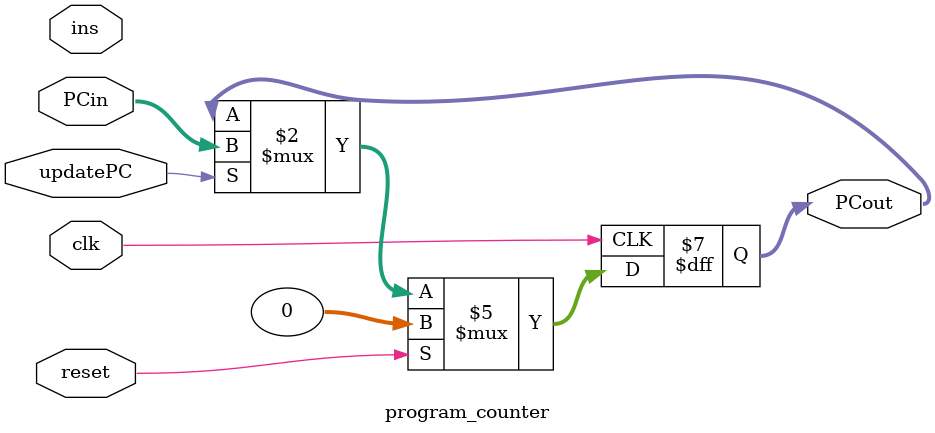
<source format=v>
`timescale 1ns / 1ps

module program_counter(ins, PCin, updatePC, reset, clk, PCout);
    input [31:0] ins;
    input [31:0] PCin;
    input updatePC;
    input reset,clk;
    output reg [31:0] PCout;

    always @(posedge clk)
    begin
        if(reset) begin
            PCout <= 0;
        end
        else if (updatePC) begin
//            $display("UPDATING PC to %d", PCin);
            PCout <= PCin;
        end
    end
endmodule


</source>
